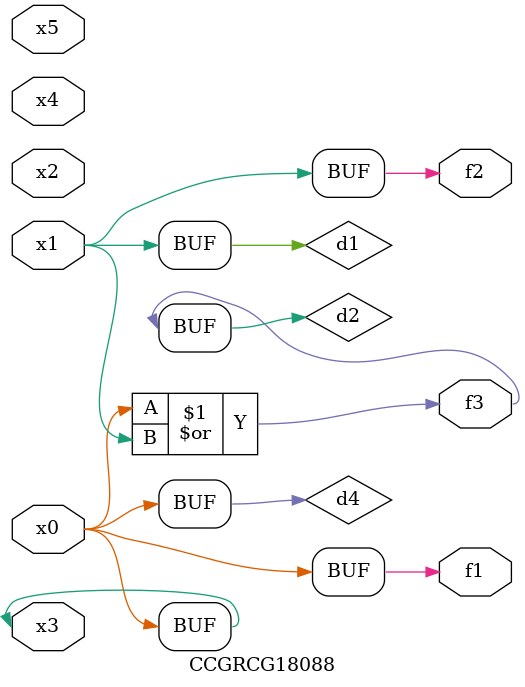
<source format=v>
module CCGRCG18088(
	input x0, x1, x2, x3, x4, x5,
	output f1, f2, f3
);

	wire d1, d2, d3, d4;

	and (d1, x1);
	or (d2, x0, x1);
	nand (d3, x0, x5);
	buf (d4, x0, x3);
	assign f1 = d4;
	assign f2 = d1;
	assign f3 = d2;
endmodule

</source>
